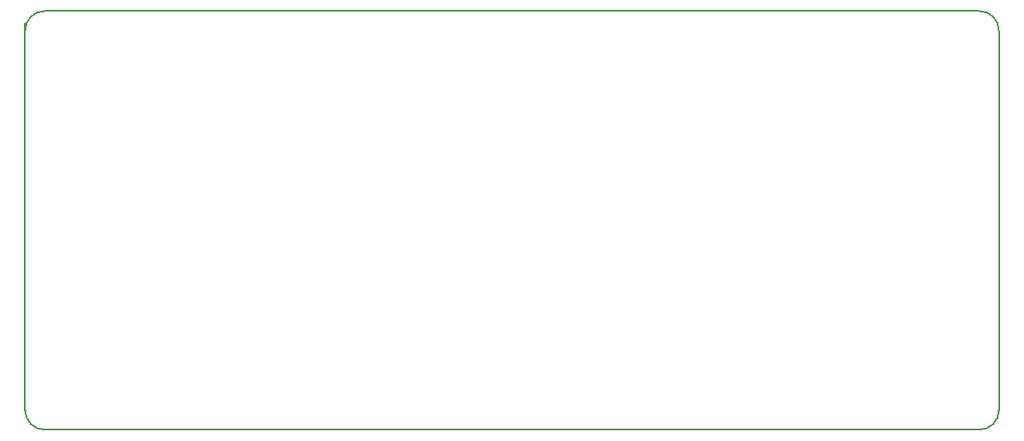
<source format=gbr>
G04 #@! TF.FileFunction,Profile,NP*
%FSLAX46Y46*%
G04 Gerber Fmt 4.6, Leading zero omitted, Abs format (unit mm)*
G04 Created by KiCad (PCBNEW 4.0.5+dfsg1-4) date Mon Feb 19 23:39:44 2018*
%MOMM*%
%LPD*%
G01*
G04 APERTURE LIST*
%ADD10C,0.100000*%
%ADD11C,0.150000*%
G04 APERTURE END LIST*
D10*
D11*
X189000000Y-100000000D02*
G75*
G03X187000000Y-98000000I-2000000J0D01*
G01*
X187000000Y-141000000D02*
G75*
G03X189000000Y-139000000I0J2000000D01*
G01*
X89000000Y-139000000D02*
G75*
G03X91000000Y-141000000I2000000J0D01*
G01*
X91000000Y-98000000D02*
G75*
G03X89000000Y-100000000I0J-2000000D01*
G01*
X89000000Y-99250000D02*
X89000000Y-139000000D01*
X187000000Y-98000000D02*
X91000000Y-98000000D01*
X189000000Y-139000000D02*
X189000000Y-100000000D01*
X91000000Y-141000000D02*
X187000000Y-141000000D01*
M02*

</source>
